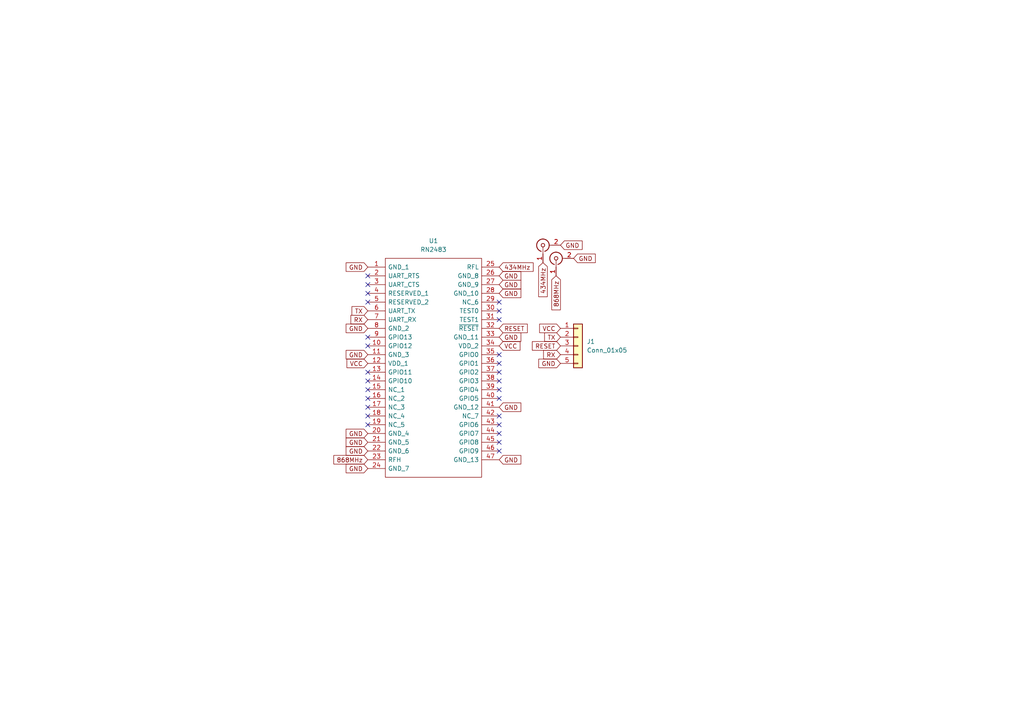
<source format=kicad_sch>
(kicad_sch (version 20211123) (generator eeschema)
  (paper "A4")
  (lib_symbols
    (symbol "Connector:Conn_Coaxial" (pin_names (offset 1.016) hide)
      (property "Reference" "J" (at 0.254 3.048 0))
      (property "Value" "Conn_Coaxial" (at 2.921 0 90))
      (symbol "Conn_Coaxial_0_1"
        (arc (start -1.778 -0.508) (mid 0.2311 -1.8066) (end 1.778 0) (stroke (width 0.254)))
        (polyline (pts (xy -2.54 0) (xy -0.508 0)))
        (polyline (pts (xy 0 -2.54) (xy 0 -1.778)))
        (circle (center 0 0) (radius 0.508) (stroke (width 0.2032)))
        (arc (start 1.778 0) (mid 0.2099 1.8101) (end -1.778 0.508) (stroke (width 0.254)))
      )
      (symbol "Conn_Coaxial_1_1"
        (pin passive line (at -5.08 0 0) (length 2.54) (name "In") (number "1"))
        (pin passive line (at 0 -5.08 90) (length 2.54) (name "Ext") (number "2"))
      )
    )
    (symbol "Connector_Generic:Conn_01x05" (pin_names (offset 1.016) hide)
      (property "Reference" "J" (at 0 7.62 0))
      (property "Value" "Conn_01x05" (at 0 -7.62 0))
      (symbol "Conn_01x05_1_1"
        (rectangle (start -1.27 -4.953) (end 0 -5.207) (stroke (width 0.1524)))
        (rectangle (start -1.27 -2.413) (end 0 -2.667) (stroke (width 0.1524)))
        (rectangle (start -1.27 0.127) (end 0 -0.127) (stroke (width 0.1524)))
        (rectangle (start -1.27 2.667) (end 0 2.413) (stroke (width 0.1524)))
        (rectangle (start -1.27 5.207) (end 0 4.953) (stroke (width 0.1524)))
        (rectangle (start -1.27 6.35) (end 1.27 -6.35) (stroke (width 0.254)) (fill (type background)))
        (pin passive line (at -5.08 5.08 0) (length 3.81) (name "Pin_1") (number "1"))
        (pin passive line (at -5.08 2.54 0) (length 3.81) (name "Pin_2") (number "2"))
        (pin passive line (at -5.08 0 0) (length 3.81) (name "Pin_3") (number "3"))
        (pin passive line (at -5.08 -2.54 0) (length 3.81) (name "Pin_4") (number "4"))
        (pin passive line (at -5.08 -5.08 0) (length 3.81) (name "Pin_5") (number "5"))
      )
    )
    (symbol "RN2483:RN2483" (pin_names (offset 0.762))
      (property "Reference" "U" (at 34.29 7.62 0))
      (property "Value" "RN2483" (at 34.29 5.08 0))
      (symbol "RN2483_0_0"
        (pin power_in line (at 0 0 0) (length 5.08) (name "GND_1") (number "1"))
        (pin bidirectional line (at 0 -22.86 0) (length 5.08) (name "GPIO12") (number "10"))
        (pin power_in line (at 0 -25.4 0) (length 5.08) (name "GND_3") (number "11"))
        (pin power_in line (at 0 -27.94 0) (length 5.08) (name "VDD_1") (number "12"))
        (pin bidirectional line (at 0 -30.48 0) (length 5.08) (name "GPIO11") (number "13"))
        (pin bidirectional line (at 0 -33.02 0) (length 5.08) (name "GPIO10") (number "14"))
        (pin passive line (at 0 -35.56 0) (length 5.08) (name "NC_1") (number "15"))
        (pin passive line (at 0 -38.1 0) (length 5.08) (name "NC_2") (number "16"))
        (pin passive line (at 0 -40.64 0) (length 5.08) (name "NC_3") (number "17"))
        (pin passive line (at 0 -43.18 0) (length 5.08) (name "NC_4") (number "18"))
        (pin passive line (at 0 -45.72 0) (length 5.08) (name "NC_5") (number "19"))
        (pin passive line (at 0 -2.54 0) (length 5.08) (name "UART_RTS") (number "2"))
        (pin power_in line (at 0 -48.26 0) (length 5.08) (name "GND_4") (number "20"))
        (pin power_in line (at 0 -50.8 0) (length 5.08) (name "GND_5") (number "21"))
        (pin power_in line (at 0 -53.34 0) (length 5.08) (name "GND_6") (number "22"))
        (pin passive line (at 0 -55.88 0) (length 5.08) (name "RFH") (number "23"))
        (pin power_in line (at 0 -58.42 0) (length 5.08) (name "GND_7") (number "24"))
        (pin passive line (at 38.1 0 180) (length 5.08) (name "RFL") (number "25"))
        (pin power_in line (at 38.1 -2.54 180) (length 5.08) (name "GND_8") (number "26"))
        (pin power_in line (at 38.1 -5.08 180) (length 5.08) (name "GND_9") (number "27"))
        (pin power_in line (at 38.1 -7.62 180) (length 5.08) (name "GND_10") (number "28"))
        (pin passive line (at 38.1 -10.16 180) (length 5.08) (name "NC_6") (number "29"))
        (pin passive line (at 0 -5.08 0) (length 5.08) (name "UART_CTS") (number "3"))
        (pin passive line (at 38.1 -12.7 180) (length 5.08) (name "TEST0") (number "30"))
        (pin passive line (at 38.1 -15.24 180) (length 5.08) (name "TEST1") (number "31"))
        (pin passive line (at 38.1 -17.78 180) (length 5.08) (name "~{RESET}") (number "32"))
        (pin power_in line (at 38.1 -20.32 180) (length 5.08) (name "GND_11") (number "33"))
        (pin power_in line (at 38.1 -22.86 180) (length 5.08) (name "VDD_2") (number "34"))
        (pin bidirectional line (at 38.1 -25.4 180) (length 5.08) (name "GPIO0") (number "35"))
        (pin bidirectional line (at 38.1 -27.94 180) (length 5.08) (name "GPIO1") (number "36"))
        (pin bidirectional line (at 38.1 -30.48 180) (length 5.08) (name "GPIO2") (number "37"))
        (pin bidirectional line (at 38.1 -33.02 180) (length 5.08) (name "GPIO3") (number "38"))
        (pin bidirectional line (at 38.1 -35.56 180) (length 5.08) (name "GPIO4") (number "39"))
        (pin passive line (at 0 -7.62 0) (length 5.08) (name "RESERVED_1") (number "4"))
        (pin bidirectional line (at 38.1 -38.1 180) (length 5.08) (name "GPIO5") (number "40"))
        (pin power_in line (at 38.1 -40.64 180) (length 5.08) (name "GND_12") (number "41"))
        (pin passive line (at 38.1 -43.18 180) (length 5.08) (name "NC_7") (number "42"))
        (pin bidirectional line (at 38.1 -45.72 180) (length 5.08) (name "GPIO6") (number "43"))
        (pin bidirectional line (at 38.1 -48.26 180) (length 5.08) (name "GPIO7") (number "44"))
        (pin bidirectional line (at 38.1 -50.8 180) (length 5.08) (name "GPIO8") (number "45"))
        (pin bidirectional line (at 38.1 -53.34 180) (length 5.08) (name "GPIO9") (number "46"))
        (pin power_in line (at 38.1 -55.88 180) (length 5.08) (name "GND_13") (number "47"))
        (pin passive line (at 0 -10.16 0) (length 5.08) (name "RESERVED_2") (number "5"))
        (pin passive line (at 0 -12.7 0) (length 5.08) (name "UART_TX") (number "6"))
        (pin passive line (at 0 -15.24 0) (length 5.08) (name "UART_RX") (number "7"))
        (pin power_in line (at 0 -17.78 0) (length 5.08) (name "GND_2") (number "8"))
        (pin bidirectional line (at 0 -20.32 0) (length 5.08) (name "GPIO13") (number "9"))
      )
      (symbol "RN2483_0_1"
        (polyline (pts (xy 5.08 2.54) (xy 33.02 2.54) (xy 33.02 -60.96) (xy 5.08 -60.96) (xy 5.08 2.54)) (stroke (width 0.1524)))
      )
    )
  )
  (no_connect (at 106.68 115.57))
  (no_connect (at 106.68 118.11))
  (no_connect (at 106.68 120.65))
  (no_connect (at 106.68 123.19))
  (no_connect (at 106.68 107.95))
  (no_connect (at 106.68 110.49))
  (no_connect (at 106.68 113.03))
  (no_connect (at 106.68 100.33))
  (no_connect (at 106.68 80.01))
  (no_connect (at 106.68 97.79))
  (no_connect (at 106.68 87.63))
  (no_connect (at 106.68 85.09))
  (no_connect (at 106.68 82.55))
  (no_connect (at 144.78 123.19))
  (no_connect (at 144.78 125.73))
  (no_connect (at 144.78 128.27))
  (no_connect (at 144.78 130.81))
  (no_connect (at 144.78 110.49))
  (no_connect (at 144.78 113.03))
  (no_connect (at 144.78 115.57))
  (no_connect (at 144.78 120.65))
  (no_connect (at 144.78 102.87))
  (no_connect (at 144.78 105.41))
  (no_connect (at 144.78 107.95))
  (no_connect (at 144.78 87.63))
  (no_connect (at 144.78 90.17))
  (no_connect (at 144.78 92.71))
  (global_label "VCC" (shape input) (at 162.56 95.25 180) (property "Intersheet References" "${INTERSHEET_REFS}" (effects hide)))
  (global_label "GND" (shape input) (at 106.68 95.25 180) (property "Intersheet References" "${INTERSHEET_REFS}" (effects hide)))
  (global_label "GND" (shape input) (at 106.68 125.73 180) (property "Intersheet References" "${INTERSHEET_REFS}" (effects hide)))
  (global_label "GND" (shape input) (at 162.56 71.12 0) (property "Intersheet References" "${INTERSHEET_REFS}" (effects hide)))
  (global_label "GND" (shape input) (at 166.37 74.93 0) (property "Intersheet References" "${INTERSHEET_REFS}" (effects hide)))
  (global_label "GND" (shape input) (at 106.68 128.27 180) (property "Intersheet References" "${INTERSHEET_REFS}" (effects hide)))
  (global_label "GND" (shape input) (at 106.68 135.89 180) (property "Intersheet References" "${INTERSHEET_REFS}" (effects hide)))
  (global_label "434MHz" (shape input) (at 144.78 77.47 0) (property "Intersheet References" "${INTERSHEET_REFS}" (effects hide)))
  (global_label "GND" (shape input) (at 144.78 118.11 0) (property "Intersheet References" "${INTERSHEET_REFS}" (effects hide)))
  (global_label "GND" (shape input) (at 106.68 102.87 180) (property "Intersheet References" "${INTERSHEET_REFS}" (effects hide)))
  (global_label "GND" (shape input) (at 106.68 77.47 180) (property "Intersheet References" "${INTERSHEET_REFS}" (effects hide)))
  (global_label "GND" (shape input) (at 144.78 80.01 0) (property "Intersheet References" "${INTERSHEET_REFS}" (effects hide)))
  (global_label "RESET" (shape input) (at 144.78 95.25 0) (property "Intersheet References" "${INTERSHEET_REFS}" (effects hide)))
  (global_label "TX" (shape input) (at 106.68 90.17 180) (property "Intersheet References" "${INTERSHEET_REFS}" (effects hide)))
  (global_label "GND" (shape input) (at 144.78 85.09 0) (property "Intersheet References" "${INTERSHEET_REFS}" (effects hide)))
  (global_label "VCC" (shape input) (at 144.78 100.33 0) (property "Intersheet References" "${INTERSHEET_REFS}" (effects hide)))
  (global_label "868MHz" (shape input) (at 106.68 133.35 180) (property "Intersheet References" "${INTERSHEET_REFS}" (effects hide)))
  (global_label "VCC" (shape input) (at 106.68 105.41 180) (property "Intersheet References" "${INTERSHEET_REFS}" (effects hide)))
  (global_label "GND" (shape input) (at 106.68 130.81 180) (property "Intersheet References" "${INTERSHEET_REFS}" (effects hide)))
  (global_label "868MHz" (shape input) (at 161.29 80.01 270) (property "Intersheet References" "${INTERSHEET_REFS}" (effects hide)))
  (global_label "GND" (shape input) (at 144.78 133.35 0) (property "Intersheet References" "${INTERSHEET_REFS}" (effects hide)))
  (global_label "TX" (shape input) (at 162.56 97.79 180) (property "Intersheet References" "${INTERSHEET_REFS}" (effects hide)))
  (global_label "GND" (shape input) (at 162.56 105.41 180) (property "Intersheet References" "${INTERSHEET_REFS}" (effects hide)))
  (global_label "RESET" (shape input) (at 162.56 100.33 180) (property "Intersheet References" "${INTERSHEET_REFS}" (effects hide)))
  (global_label "RX" (shape input) (at 106.68 92.71 180) (property "Intersheet References" "${INTERSHEET_REFS}" (effects hide)))
  (global_label "GND" (shape input) (at 144.78 82.55 0) (property "Intersheet References" "${INTERSHEET_REFS}" (effects hide)))
  (global_label "GND" (shape input) (at 144.78 97.79 0) (property "Intersheet References" "${INTERSHEET_REFS}" (effects hide)))
  (global_label "434MHz" (shape input) (at 157.48 76.2 270) (property "Intersheet References" "${INTERSHEET_REFS}" (effects hide)))
  (global_label "RX" (shape input) (at 162.56 102.87 180) (property "Intersheet References" "${INTERSHEET_REFS}" (effects hide)))
  (symbol (lib_id "Connector_Generic:Conn_01x05") (at 167.64 100.33 0) (unit 1)
    (property "Reference" "J1" (at 170.18 99.0599 0) (effects (justify left)))
    (property "Value" "Conn_01x05" (at 170.18 101.5999 0) (effects (justify left)))
    (property "Footprint" "Connector_PinHeader_2.54mm:PinHeader_1x05_P2.54mm_Vertical" (effects hide))
  )
  (symbol (lib_id "RN2483:RN2483") (at 106.68 77.47 0) (unit 1)
    (property "Reference" "U1" (at 125.73 69.85 0))
    (property "Value" "RN2483" (at 125.73 72.39 0))
    (property "Footprint" "RN2483:RN2483" (effects hide))
    (property "Description" "Low-Power Long Range LoRa Technology Transceiver Module" (effects hide))
    (property "Manufacturer_Name" "Microchip" (effects hide))
    (property "Manufacturer_Part_Number" "RN2483" (effects hide))
  )
  (symbol (lib_id "Connector:Conn_Coaxial") (at 161.29 74.93 90) (unit 1)
    (property "Reference" "J3" (effects hide))
    (property "Value" "Conn_Coaxial" (effects hide))
    (property "Footprint" "Connector_Coaxial:SMA_Amphenol_132289_EdgeMount" (effects hide))
    (property "Datasheet" " ~" (effects hide))
  )
  (symbol (lib_id "Connector:Conn_Coaxial") (at 157.48 71.12 90) (unit 1)
    (property "Reference" "J2" (effects hide))
    (property "Value" "Conn_Coaxial" (effects hide))
    (property "Footprint" "Connector_Coaxial:SMA_Amphenol_132289_EdgeMount" (effects hide))
    (property "Datasheet" " ~" (effects hide))
  )
)
</source>
